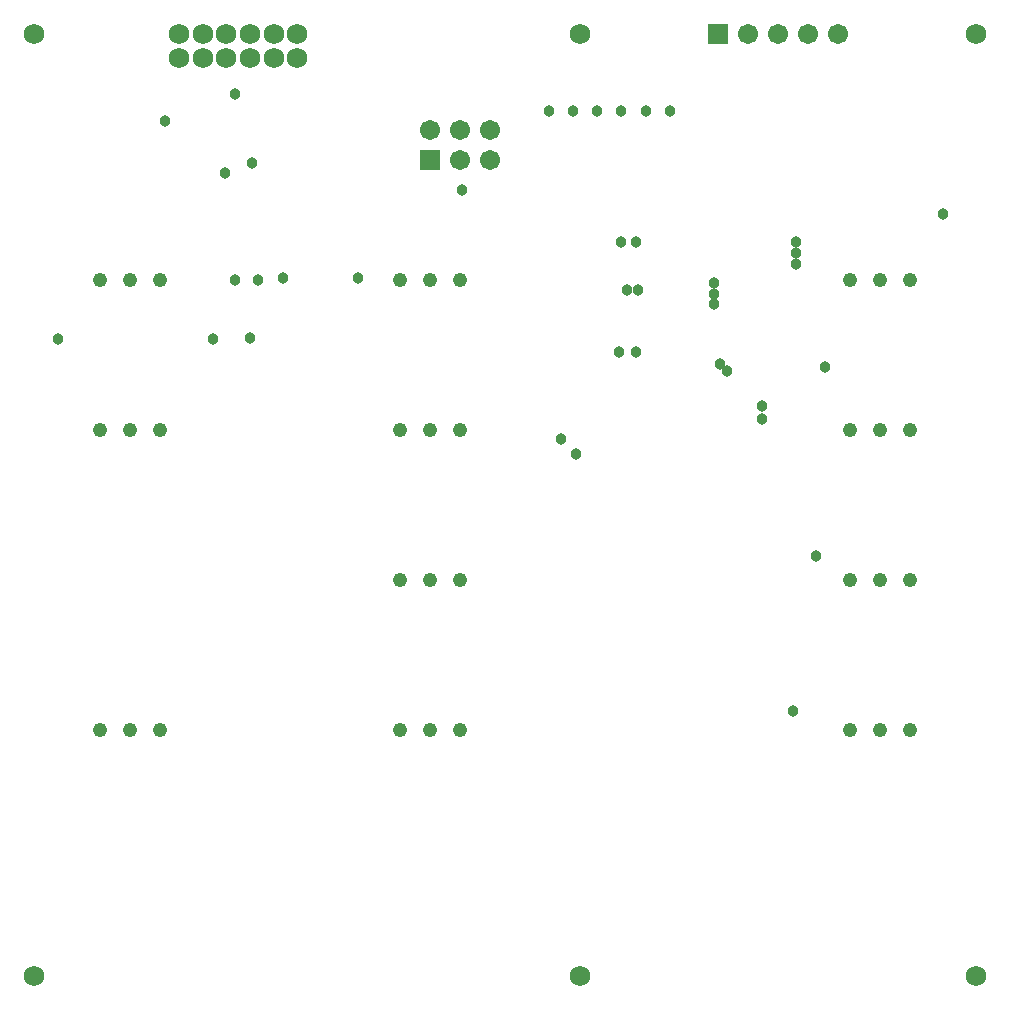
<source format=gbs>
G04 Layer_Color=16711935*
%FSLAX25Y25*%
%MOIN*%
G70*
G01*
G75*
%ADD41C,0.06706*%
%ADD42R,0.06706X0.06706*%
%ADD44C,0.04800*%
%ADD45C,0.03800*%
%ADD46C,0.06800*%
D41*
X370000Y600000D02*
D03*
Y590000D02*
D03*
X360000Y600000D02*
D03*
Y590000D02*
D03*
X350000Y600000D02*
D03*
X456000Y632000D02*
D03*
X466000D02*
D03*
X476000D02*
D03*
X486000D02*
D03*
D42*
X350000Y590000D02*
D03*
X446000Y632000D02*
D03*
D44*
X250000Y550000D02*
D03*
X240000D02*
D03*
X260000D02*
D03*
X250000Y500000D02*
D03*
X240000D02*
D03*
X260000D02*
D03*
X350000Y400000D02*
D03*
X340000D02*
D03*
X360000D02*
D03*
X350000Y450000D02*
D03*
X340000D02*
D03*
X360000D02*
D03*
X500000Y550000D02*
D03*
X490000D02*
D03*
X510000D02*
D03*
X350000Y500000D02*
D03*
X340000D02*
D03*
X360000D02*
D03*
X500000D02*
D03*
X490000D02*
D03*
X510000D02*
D03*
X350000Y550000D02*
D03*
X340000D02*
D03*
X360000D02*
D03*
X500000Y450000D02*
D03*
X490000D02*
D03*
X510000D02*
D03*
X250000Y400000D02*
D03*
X240000D02*
D03*
X260000D02*
D03*
X500000D02*
D03*
X490000D02*
D03*
X510000D02*
D03*
D45*
X326000Y550500D02*
D03*
X301000D02*
D03*
X481500Y521000D02*
D03*
X478500Y458000D02*
D03*
X470850Y406350D02*
D03*
X418500Y562500D02*
D03*
X413500D02*
D03*
X419100Y546500D02*
D03*
X415500D02*
D03*
X413000Y526000D02*
D03*
X418500D02*
D03*
X460500Y503500D02*
D03*
X393500Y497000D02*
D03*
X460500Y508000D02*
D03*
X413500Y606333D02*
D03*
X397500D02*
D03*
X430000D02*
D03*
X389500D02*
D03*
X225900Y530400D02*
D03*
X277500D02*
D03*
X281500Y585500D02*
D03*
X290500Y589000D02*
D03*
X285000Y612000D02*
D03*
X261500Y603000D02*
D03*
X398500Y492000D02*
D03*
X449000Y519500D02*
D03*
X446454Y522046D02*
D03*
X405500Y606333D02*
D03*
X421833D02*
D03*
X292500Y550000D02*
D03*
X285000D02*
D03*
X290000Y530500D02*
D03*
X444500Y545400D02*
D03*
Y541800D02*
D03*
Y549000D02*
D03*
X472000Y558900D02*
D03*
Y555300D02*
D03*
Y562500D02*
D03*
X360500Y580000D02*
D03*
X520850Y571850D02*
D03*
D46*
X400000Y318000D02*
D03*
X532000D02*
D03*
Y632000D02*
D03*
X400000D02*
D03*
X218000D02*
D03*
X274189Y624063D02*
D03*
X266315D02*
D03*
X305685D02*
D03*
Y631937D02*
D03*
X297811Y624063D02*
D03*
Y631937D02*
D03*
X289937Y624063D02*
D03*
Y631937D02*
D03*
X282063Y624063D02*
D03*
X274189Y631937D02*
D03*
X282063D02*
D03*
X266315D02*
D03*
X218000Y318000D02*
D03*
M02*

</source>
